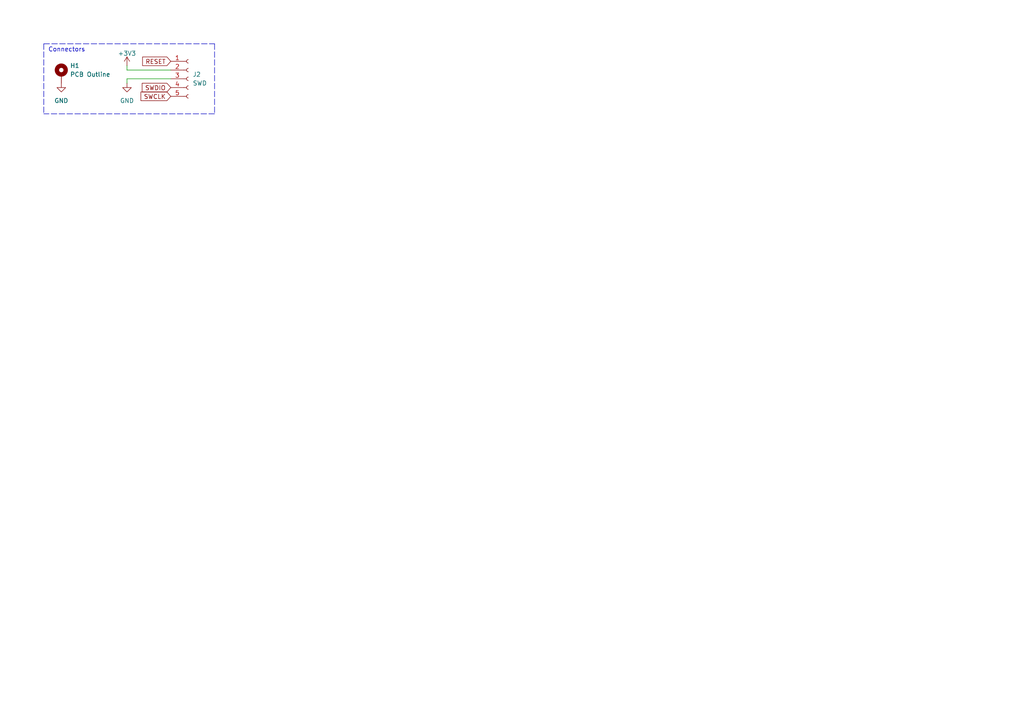
<source format=kicad_sch>
(kicad_sch (version 20211123) (generator eeschema)
  (paper "A4")
  (lib_symbols
    (symbol "Connector:Conn_01x05_Female" (pin_names (offset 1.016) hide)
      (property "Reference" "J" (at 0 7.62 0))
      (property "Value" "Conn_01x05_Female" (at 0 -7.62 0))
      (symbol "Conn_01x05_Female_1_1"
        (arc (start 0 -4.572) (mid -0.508 -5.08) (end 0 -5.588) (stroke (width 0.1524)))
        (arc (start 0 -2.032) (mid -0.508 -2.54) (end 0 -3.048) (stroke (width 0.1524)))
        (polyline (pts (xy -1.27 -5.08) (xy -0.508 -5.08)) (stroke (width 0.1524)))
        (polyline (pts (xy -1.27 -2.54) (xy -0.508 -2.54)) (stroke (width 0.1524)))
        (polyline (pts (xy -1.27 0) (xy -0.508 0)) (stroke (width 0.1524)))
        (polyline (pts (xy -1.27 2.54) (xy -0.508 2.54)) (stroke (width 0.1524)))
        (polyline (pts (xy -1.27 5.08) (xy -0.508 5.08)) (stroke (width 0.1524)))
        (arc (start 0 0.508) (mid -0.508 0) (end 0 -0.508) (stroke (width 0.1524)))
        (arc (start 0 3.048) (mid -0.508 2.54) (end 0 2.032) (stroke (width 0.1524)))
        (arc (start 0 5.588) (mid -0.508 5.08) (end 0 4.572) (stroke (width 0.1524)))
        (pin passive line (at -5.08 5.08 0) (length 3.81) (name "Pin_1") (number "1"))
        (pin passive line (at -5.08 2.54 0) (length 3.81) (name "Pin_2") (number "2"))
        (pin passive line (at -5.08 0 0) (length 3.81) (name "Pin_3") (number "3"))
        (pin passive line (at -5.08 -2.54 0) (length 3.81) (name "Pin_4") (number "4"))
        (pin passive line (at -5.08 -5.08 0) (length 3.81) (name "Pin_5") (number "5"))
      )
    )
    (symbol "Mechanical:MountingHole_Pad" (pin_numbers hide) (pin_names (offset 1.016) hide)
      (property "Reference" "H" (at 0 6.35 0))
      (property "Value" "MountingHole_Pad" (at 0 4.445 0))
      (symbol "MountingHole_Pad_0_1"
        (circle (center 0 1.27) (radius 1.27) (stroke (width 1.27)))
      )
      (symbol "MountingHole_Pad_1_1"
        (pin input line (at 0 -2.54 90) (length 2.54) (name "1") (number "1"))
      )
    )
    (symbol "power:+3V3" (power) (pin_names (offset 0))
      (property "Value" "+3V3" (at 0 3.556 0))
      (symbol "+3V3_0_1"
        (polyline (pts (xy -0.762 1.27) (xy 0 2.54)))
        (polyline (pts (xy 0 0) (xy 0 2.54)))
        (polyline (pts (xy 0 2.54) (xy 0.762 1.27)))
      )
      (symbol "+3V3_1_1"
        (pin power_in line (at 0 0 90) (length 0) hide (name "+3V3") (number "1"))
      )
    )
    (symbol "power:GND" (power) (pin_names (offset 0))
      (property "Value" "GND" (at 0 -3.81 0))
      (symbol "GND_0_1"
        (polyline (pts (xy 0 0) (xy 0 -1.27) (xy 1.27 -1.27) (xy 0 -2.54) (xy -1.27 -1.27) (xy 0 -1.27)))
      )
      (symbol "GND_1_1"
        (pin power_in line (at 0 0 270) (length 0) hide (name "GND") (number "1"))
      )
    )
  )
  (polyline (pts (xy 62.23 12.7) (xy 62.23 33.02)))
  (polyline (pts (xy 12.7 12.7) (xy 12.7 33.02)))
  (wire (pts (xy 36.83 19.05) (xy 36.83 20.32)))
  (wire (pts (xy 36.83 22.86) (xy 49.53 22.86)))
  (polyline (pts (xy 12.7 12.7) (xy 62.23 12.7)))
  (wire (pts (xy 36.83 20.32) (xy 49.53 20.32)))
  (polyline (pts (xy 62.23 33.02) (xy 12.7 33.02)))
  (wire (pts (xy 36.83 24.13) (xy 36.83 22.86)))
  (text "Connectors\n" (at 13.97 15.24 0) (effects (font (size 1.27 1.27)) (justify left bottom)))
  (global_label "RESET" (shape input) (at 49.53 17.78 180) (property "Intersheet References" "${INTERSHEET_REFS}" (effects hide)))
  (global_label "SWCLK" (shape input) (at 49.53 27.94 180) (property "Intersheet References" "${INTERSHEET_REFS}" (effects hide)))
  (global_label "SWDIO" (shape input) (at 49.53 25.4 180) (property "Intersheet References" "${INTERSHEET_REFS}" (effects hide)))
  (symbol (lib_id "power:GND") (at 17.78 24.13 0) (unit 1)
    (property "Reference" "#PWR0127" (effects hide))
    (property "Value" "GND" (at 17.78 29.21 0))
  )
  (symbol (lib_id "power:GND") (at 36.83 24.13 0) (unit 1)
    (property "Reference" "#PWR0128" (effects hide))
    (property "Value" "GND" (at 36.83 29.21 0))
  )
  (symbol (lib_id "Connector:Conn_01x05_Female") (at 54.61 22.86 0) (unit 1)
    (property "Reference" "J2" (at 55.88 21.5899 0) (effects (justify left)))
    (property "Value" "SWD" (at 55.88 24.1299 0) (effects (justify left)))
    (property "Footprint" "Connector_PinHeader_2.54mm:PinHeader_1x05_P2.54mm_Vertical" (effects hide))
  )
  (symbol (lib_id "Mechanical:MountingHole_Pad") (at 17.78 21.59 0) (unit 1)
    (property "Reference" "H1" (at 20.32 19.0499 0) (effects (justify left)))
    (property "Value" "PCB Outline" (at 20.32 21.5899 0) (effects (justify left)))
  )
  (symbol (lib_id "power:+3V3") (at 36.83 19.05 0) (unit 1)
    (property "Reference" "#PWR0129" (effects hide))
    (property "Value" "+3V3" (at 36.83 15.494 0))
  )
)
</source>
